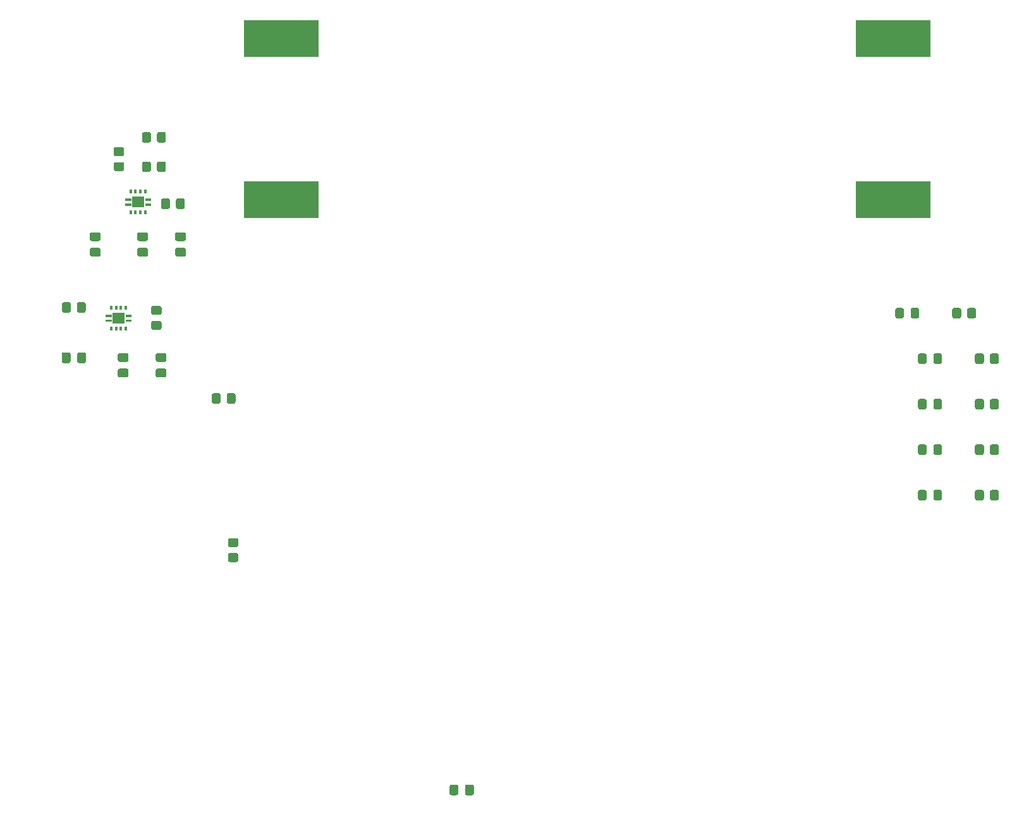
<source format=gtp>
G04 #@! TF.GenerationSoftware,KiCad,Pcbnew,(5.1.7)-1*
G04 #@! TF.CreationDate,2021-11-24T22:39:04-05:00*
G04 #@! TF.ProjectId,REV1_FALL_2021,52455631-5f46-4414-9c4c-5f323032312e,rev?*
G04 #@! TF.SameCoordinates,Original*
G04 #@! TF.FileFunction,Paste,Top*
G04 #@! TF.FilePolarity,Positive*
%FSLAX46Y46*%
G04 Gerber Fmt 4.6, Leading zero omitted, Abs format (unit mm)*
G04 Created by KiCad (PCBNEW (5.1.7)-1) date 2021-11-24 22:39:04*
%MOMM*%
%LPD*%
G01*
G04 APERTURE LIST*
%ADD10C,0.010000*%
%ADD11R,10.000000X5.000000*%
%ADD12R,0.310000X0.600000*%
G04 APERTURE END LIST*
D10*
G36*
X41923000Y-96485000D02*
G01*
X41923000Y-97825000D01*
X40373000Y-97825000D01*
X40373000Y-96485000D01*
X41923000Y-96485000D01*
G37*
X41923000Y-96485000D02*
X41923000Y-97825000D01*
X40373000Y-97825000D01*
X40373000Y-96485000D01*
X41923000Y-96485000D01*
G36*
X42848000Y-96715000D02*
G01*
X42848000Y-96945000D01*
X42123000Y-96945000D01*
X42123000Y-96715000D01*
X42848000Y-96715000D01*
G37*
X42848000Y-96715000D02*
X42848000Y-96945000D01*
X42123000Y-96945000D01*
X42123000Y-96715000D01*
X42848000Y-96715000D01*
G36*
X42848000Y-97365000D02*
G01*
X42848000Y-97595000D01*
X42123000Y-97595000D01*
X42123000Y-97365000D01*
X42848000Y-97365000D01*
G37*
X42848000Y-97365000D02*
X42848000Y-97595000D01*
X42123000Y-97595000D01*
X42123000Y-97365000D01*
X42848000Y-97365000D01*
G36*
X39448000Y-97595000D02*
G01*
X39448000Y-97365000D01*
X40173000Y-97365000D01*
X40173000Y-97595000D01*
X39448000Y-97595000D01*
G37*
X39448000Y-97595000D02*
X39448000Y-97365000D01*
X40173000Y-97365000D01*
X40173000Y-97595000D01*
X39448000Y-97595000D01*
G36*
X39448000Y-96945000D02*
G01*
X39448000Y-96715000D01*
X40173000Y-96715000D01*
X40173000Y-96945000D01*
X39448000Y-96945000D01*
G37*
X39448000Y-96945000D02*
X39448000Y-96715000D01*
X40173000Y-96715000D01*
X40173000Y-96945000D01*
X39448000Y-96945000D01*
G36*
X42051500Y-81387500D02*
G01*
X42051500Y-81157500D01*
X42776500Y-81157500D01*
X42776500Y-81387500D01*
X42051500Y-81387500D01*
G37*
X42051500Y-81387500D02*
X42051500Y-81157500D01*
X42776500Y-81157500D01*
X42776500Y-81387500D01*
X42051500Y-81387500D01*
G36*
X42051500Y-82037500D02*
G01*
X42051500Y-81807500D01*
X42776500Y-81807500D01*
X42776500Y-82037500D01*
X42051500Y-82037500D01*
G37*
X42051500Y-82037500D02*
X42051500Y-81807500D01*
X42776500Y-81807500D01*
X42776500Y-82037500D01*
X42051500Y-82037500D01*
G36*
X45451500Y-81807500D02*
G01*
X45451500Y-82037500D01*
X44726500Y-82037500D01*
X44726500Y-81807500D01*
X45451500Y-81807500D01*
G37*
X45451500Y-81807500D02*
X45451500Y-82037500D01*
X44726500Y-82037500D01*
X44726500Y-81807500D01*
X45451500Y-81807500D01*
G36*
X45451500Y-81157500D02*
G01*
X45451500Y-81387500D01*
X44726500Y-81387500D01*
X44726500Y-81157500D01*
X45451500Y-81157500D01*
G37*
X45451500Y-81157500D02*
X45451500Y-81387500D01*
X44726500Y-81387500D01*
X44726500Y-81157500D01*
X45451500Y-81157500D01*
G36*
X44526500Y-80927500D02*
G01*
X44526500Y-82267500D01*
X42976500Y-82267500D01*
X42976500Y-80927500D01*
X44526500Y-80927500D01*
G37*
X44526500Y-80927500D02*
X44526500Y-82267500D01*
X42976500Y-82267500D01*
X42976500Y-80927500D01*
X44526500Y-80927500D01*
D11*
X144945000Y-81280000D03*
X62945000Y-81280000D03*
X144945000Y-59690000D03*
X62945000Y-59690000D03*
G36*
G01*
X46388000Y-101880000D02*
X47338000Y-101880000D01*
G75*
G02*
X47588000Y-102130000I0J-250000D01*
G01*
X47588000Y-102805000D01*
G75*
G02*
X47338000Y-103055000I-250000J0D01*
G01*
X46388000Y-103055000D01*
G75*
G02*
X46138000Y-102805000I0J250000D01*
G01*
X46138000Y-102130000D01*
G75*
G02*
X46388000Y-101880000I250000J0D01*
G01*
G37*
G36*
G01*
X46388000Y-103955000D02*
X47338000Y-103955000D01*
G75*
G02*
X47588000Y-104205000I0J-250000D01*
G01*
X47588000Y-104880000D01*
G75*
G02*
X47338000Y-105130000I-250000J0D01*
G01*
X46388000Y-105130000D01*
G75*
G02*
X46138000Y-104880000I0J250000D01*
G01*
X46138000Y-104205000D01*
G75*
G02*
X46388000Y-103955000I250000J0D01*
G01*
G37*
G36*
G01*
X34729000Y-102014000D02*
X34729000Y-102964000D01*
G75*
G02*
X34479000Y-103214000I-250000J0D01*
G01*
X33804000Y-103214000D01*
G75*
G02*
X33554000Y-102964000I0J250000D01*
G01*
X33554000Y-102014000D01*
G75*
G02*
X33804000Y-101764000I250000J0D01*
G01*
X34479000Y-101764000D01*
G75*
G02*
X34729000Y-102014000I0J-250000D01*
G01*
G37*
G36*
G01*
X36804000Y-102014000D02*
X36804000Y-102964000D01*
G75*
G02*
X36554000Y-103214000I-250000J0D01*
G01*
X35879000Y-103214000D01*
G75*
G02*
X35629000Y-102964000I0J250000D01*
G01*
X35629000Y-102014000D01*
G75*
G02*
X35879000Y-101764000I250000J0D01*
G01*
X36554000Y-101764000D01*
G75*
G02*
X36804000Y-102014000I0J-250000D01*
G01*
G37*
G36*
G01*
X41308000Y-101880000D02*
X42258000Y-101880000D01*
G75*
G02*
X42508000Y-102130000I0J-250000D01*
G01*
X42508000Y-102805000D01*
G75*
G02*
X42258000Y-103055000I-250000J0D01*
G01*
X41308000Y-103055000D01*
G75*
G02*
X41058000Y-102805000I0J250000D01*
G01*
X41058000Y-102130000D01*
G75*
G02*
X41308000Y-101880000I250000J0D01*
G01*
G37*
G36*
G01*
X41308000Y-103955000D02*
X42258000Y-103955000D01*
G75*
G02*
X42508000Y-104205000I0J-250000D01*
G01*
X42508000Y-104880000D01*
G75*
G02*
X42258000Y-105130000I-250000J0D01*
G01*
X41308000Y-105130000D01*
G75*
G02*
X41058000Y-104880000I0J250000D01*
G01*
X41058000Y-104205000D01*
G75*
G02*
X41308000Y-103955000I250000J0D01*
G01*
G37*
G36*
G01*
X48991500Y-85687500D02*
X49941500Y-85687500D01*
G75*
G02*
X50191500Y-85937500I0J-250000D01*
G01*
X50191500Y-86612500D01*
G75*
G02*
X49941500Y-86862500I-250000J0D01*
G01*
X48991500Y-86862500D01*
G75*
G02*
X48741500Y-86612500I0J250000D01*
G01*
X48741500Y-85937500D01*
G75*
G02*
X48991500Y-85687500I250000J0D01*
G01*
G37*
G36*
G01*
X48991500Y-87762500D02*
X49941500Y-87762500D01*
G75*
G02*
X50191500Y-88012500I0J-250000D01*
G01*
X50191500Y-88687500D01*
G75*
G02*
X49941500Y-88937500I-250000J0D01*
G01*
X48991500Y-88937500D01*
G75*
G02*
X48741500Y-88687500I0J250000D01*
G01*
X48741500Y-88012500D01*
G75*
G02*
X48991500Y-87762500I250000J0D01*
G01*
G37*
G36*
G01*
X37561500Y-87762500D02*
X38511500Y-87762500D01*
G75*
G02*
X38761500Y-88012500I0J-250000D01*
G01*
X38761500Y-88687500D01*
G75*
G02*
X38511500Y-88937500I-250000J0D01*
G01*
X37561500Y-88937500D01*
G75*
G02*
X37311500Y-88687500I0J250000D01*
G01*
X37311500Y-88012500D01*
G75*
G02*
X37561500Y-87762500I250000J0D01*
G01*
G37*
G36*
G01*
X37561500Y-85687500D02*
X38511500Y-85687500D01*
G75*
G02*
X38761500Y-85937500I0J-250000D01*
G01*
X38761500Y-86612500D01*
G75*
G02*
X38511500Y-86862500I-250000J0D01*
G01*
X37561500Y-86862500D01*
G75*
G02*
X37311500Y-86612500I0J250000D01*
G01*
X37311500Y-85937500D01*
G75*
G02*
X37561500Y-85687500I250000J0D01*
G01*
G37*
G36*
G01*
X43911500Y-87762500D02*
X44861500Y-87762500D01*
G75*
G02*
X45111500Y-88012500I0J-250000D01*
G01*
X45111500Y-88687500D01*
G75*
G02*
X44861500Y-88937500I-250000J0D01*
G01*
X43911500Y-88937500D01*
G75*
G02*
X43661500Y-88687500I0J250000D01*
G01*
X43661500Y-88012500D01*
G75*
G02*
X43911500Y-87762500I250000J0D01*
G01*
G37*
G36*
G01*
X43911500Y-85687500D02*
X44861500Y-85687500D01*
G75*
G02*
X45111500Y-85937500I0J-250000D01*
G01*
X45111500Y-86612500D01*
G75*
G02*
X44861500Y-86862500I-250000J0D01*
G01*
X43911500Y-86862500D01*
G75*
G02*
X43661500Y-86612500I0J250000D01*
G01*
X43661500Y-85937500D01*
G75*
G02*
X43911500Y-85687500I250000J0D01*
G01*
G37*
G36*
G01*
X47510500Y-76448499D02*
X47510500Y-77348501D01*
G75*
G02*
X47260501Y-77598500I-249999J0D01*
G01*
X46560499Y-77598500D01*
G75*
G02*
X46310500Y-77348501I0J249999D01*
G01*
X46310500Y-76448499D01*
G75*
G02*
X46560499Y-76198500I249999J0D01*
G01*
X47260501Y-76198500D01*
G75*
G02*
X47510500Y-76448499I0J-249999D01*
G01*
G37*
G36*
G01*
X45510500Y-76448499D02*
X45510500Y-77348501D01*
G75*
G02*
X45260501Y-77598500I-249999J0D01*
G01*
X44560499Y-77598500D01*
G75*
G02*
X44310500Y-77348501I0J249999D01*
G01*
X44310500Y-76448499D01*
G75*
G02*
X44560499Y-76198500I249999J0D01*
G01*
X45260501Y-76198500D01*
G75*
G02*
X45510500Y-76448499I0J-249999D01*
G01*
G37*
G36*
G01*
X46310500Y-73411501D02*
X46310500Y-72511499D01*
G75*
G02*
X46560499Y-72261500I249999J0D01*
G01*
X47260501Y-72261500D01*
G75*
G02*
X47510500Y-72511499I0J-249999D01*
G01*
X47510500Y-73411501D01*
G75*
G02*
X47260501Y-73661500I-249999J0D01*
G01*
X46560499Y-73661500D01*
G75*
G02*
X46310500Y-73411501I0J249999D01*
G01*
G37*
G36*
G01*
X44310500Y-73411501D02*
X44310500Y-72511499D01*
G75*
G02*
X44560499Y-72261500I249999J0D01*
G01*
X45260501Y-72261500D01*
G75*
G02*
X45510500Y-72511499I0J-249999D01*
G01*
X45510500Y-73411501D01*
G75*
G02*
X45260501Y-73661500I-249999J0D01*
G01*
X44560499Y-73661500D01*
G75*
G02*
X44310500Y-73411501I0J249999D01*
G01*
G37*
G36*
G01*
X55645000Y-108400001D02*
X55645000Y-107499999D01*
G75*
G02*
X55894999Y-107250000I249999J0D01*
G01*
X56595001Y-107250000D01*
G75*
G02*
X56845000Y-107499999I0J-249999D01*
G01*
X56845000Y-108400001D01*
G75*
G02*
X56595001Y-108650000I-249999J0D01*
G01*
X55894999Y-108650000D01*
G75*
G02*
X55645000Y-108400001I0J249999D01*
G01*
G37*
G36*
G01*
X53645000Y-108400001D02*
X53645000Y-107499999D01*
G75*
G02*
X53894999Y-107250000I249999J0D01*
G01*
X54595001Y-107250000D01*
G75*
G02*
X54845000Y-107499999I0J-249999D01*
G01*
X54845000Y-108400001D01*
G75*
G02*
X54595001Y-108650000I-249999J0D01*
G01*
X53894999Y-108650000D01*
G75*
G02*
X53645000Y-108400001I0J249999D01*
G01*
G37*
G36*
G01*
X35579000Y-96208001D02*
X35579000Y-95307999D01*
G75*
G02*
X35828999Y-95058000I249999J0D01*
G01*
X36529001Y-95058000D01*
G75*
G02*
X36779000Y-95307999I0J-249999D01*
G01*
X36779000Y-96208001D01*
G75*
G02*
X36529001Y-96458000I-249999J0D01*
G01*
X35828999Y-96458000D01*
G75*
G02*
X35579000Y-96208001I0J249999D01*
G01*
G37*
G36*
G01*
X33579000Y-96208001D02*
X33579000Y-95307999D01*
G75*
G02*
X33828999Y-95058000I249999J0D01*
G01*
X34529001Y-95058000D01*
G75*
G02*
X34779000Y-95307999I0J-249999D01*
G01*
X34779000Y-96208001D01*
G75*
G02*
X34529001Y-96458000I-249999J0D01*
G01*
X33828999Y-96458000D01*
G75*
G02*
X33579000Y-96208001I0J249999D01*
G01*
G37*
G36*
G01*
X46678001Y-98755000D02*
X45777999Y-98755000D01*
G75*
G02*
X45528000Y-98505001I0J249999D01*
G01*
X45528000Y-97804999D01*
G75*
G02*
X45777999Y-97555000I249999J0D01*
G01*
X46678001Y-97555000D01*
G75*
G02*
X46928000Y-97804999I0J-249999D01*
G01*
X46928000Y-98505001D01*
G75*
G02*
X46678001Y-98755000I-249999J0D01*
G01*
G37*
G36*
G01*
X46678001Y-96755000D02*
X45777999Y-96755000D01*
G75*
G02*
X45528000Y-96505001I0J249999D01*
G01*
X45528000Y-95804999D01*
G75*
G02*
X45777999Y-95555000I249999J0D01*
G01*
X46678001Y-95555000D01*
G75*
G02*
X46928000Y-95804999I0J-249999D01*
G01*
X46928000Y-96505001D01*
G75*
G02*
X46678001Y-96755000I-249999J0D01*
G01*
G37*
G36*
G01*
X40761499Y-74282500D02*
X41661501Y-74282500D01*
G75*
G02*
X41911500Y-74532499I0J-249999D01*
G01*
X41911500Y-75232501D01*
G75*
G02*
X41661501Y-75482500I-249999J0D01*
G01*
X40761499Y-75482500D01*
G75*
G02*
X40511500Y-75232501I0J249999D01*
G01*
X40511500Y-74532499D01*
G75*
G02*
X40761499Y-74282500I249999J0D01*
G01*
G37*
G36*
G01*
X40761499Y-76282500D02*
X41661501Y-76282500D01*
G75*
G02*
X41911500Y-76532499I0J-249999D01*
G01*
X41911500Y-77232501D01*
G75*
G02*
X41661501Y-77482500I-249999J0D01*
G01*
X40761499Y-77482500D01*
G75*
G02*
X40511500Y-77232501I0J249999D01*
G01*
X40511500Y-76532499D01*
G75*
G02*
X40761499Y-76282500I249999J0D01*
G01*
G37*
G36*
G01*
X50050500Y-81401499D02*
X50050500Y-82301501D01*
G75*
G02*
X49800501Y-82551500I-249999J0D01*
G01*
X49100499Y-82551500D01*
G75*
G02*
X48850500Y-82301501I0J249999D01*
G01*
X48850500Y-81401499D01*
G75*
G02*
X49100499Y-81151500I249999J0D01*
G01*
X49800501Y-81151500D01*
G75*
G02*
X50050500Y-81401499I0J-249999D01*
G01*
G37*
G36*
G01*
X48050500Y-81401499D02*
X48050500Y-82301501D01*
G75*
G02*
X47800501Y-82551500I-249999J0D01*
G01*
X47100499Y-82551500D01*
G75*
G02*
X46850500Y-82301501I0J249999D01*
G01*
X46850500Y-81401499D01*
G75*
G02*
X47100499Y-81151500I249999J0D01*
G01*
X47800501Y-81151500D01*
G75*
G02*
X48050500Y-81401499I0J-249999D01*
G01*
G37*
D12*
X42123000Y-98555000D03*
X41473000Y-98555000D03*
X40823000Y-98555000D03*
X40173000Y-98555000D03*
X40173000Y-95755000D03*
X40823000Y-95755000D03*
X41473000Y-95755000D03*
X42123000Y-95755000D03*
X44726500Y-80197500D03*
X44076500Y-80197500D03*
X43426500Y-80197500D03*
X42776500Y-80197500D03*
X42776500Y-82997500D03*
X43426500Y-82997500D03*
X44076500Y-82997500D03*
X44726500Y-82997500D03*
G36*
G01*
X149410000Y-120453999D02*
X149410000Y-121354001D01*
G75*
G02*
X149160001Y-121604000I-249999J0D01*
G01*
X148509999Y-121604000D01*
G75*
G02*
X148260000Y-121354001I0J249999D01*
G01*
X148260000Y-120453999D01*
G75*
G02*
X148509999Y-120204000I249999J0D01*
G01*
X149160001Y-120204000D01*
G75*
G02*
X149410000Y-120453999I0J-249999D01*
G01*
G37*
G36*
G01*
X151460000Y-120453999D02*
X151460000Y-121354001D01*
G75*
G02*
X151210001Y-121604000I-249999J0D01*
G01*
X150559999Y-121604000D01*
G75*
G02*
X150310000Y-121354001I0J249999D01*
G01*
X150310000Y-120453999D01*
G75*
G02*
X150559999Y-120204000I249999J0D01*
G01*
X151210001Y-120204000D01*
G75*
G02*
X151460000Y-120453999I0J-249999D01*
G01*
G37*
G36*
G01*
X151460000Y-114357999D02*
X151460000Y-115258001D01*
G75*
G02*
X151210001Y-115508000I-249999J0D01*
G01*
X150559999Y-115508000D01*
G75*
G02*
X150310000Y-115258001I0J249999D01*
G01*
X150310000Y-114357999D01*
G75*
G02*
X150559999Y-114108000I249999J0D01*
G01*
X151210001Y-114108000D01*
G75*
G02*
X151460000Y-114357999I0J-249999D01*
G01*
G37*
G36*
G01*
X149410000Y-114357999D02*
X149410000Y-115258001D01*
G75*
G02*
X149160001Y-115508000I-249999J0D01*
G01*
X148509999Y-115508000D01*
G75*
G02*
X148260000Y-115258001I0J249999D01*
G01*
X148260000Y-114357999D01*
G75*
G02*
X148509999Y-114108000I249999J0D01*
G01*
X149160001Y-114108000D01*
G75*
G02*
X149410000Y-114357999I0J-249999D01*
G01*
G37*
G36*
G01*
X151460000Y-108261999D02*
X151460000Y-109162001D01*
G75*
G02*
X151210001Y-109412000I-249999J0D01*
G01*
X150559999Y-109412000D01*
G75*
G02*
X150310000Y-109162001I0J249999D01*
G01*
X150310000Y-108261999D01*
G75*
G02*
X150559999Y-108012000I249999J0D01*
G01*
X151210001Y-108012000D01*
G75*
G02*
X151460000Y-108261999I0J-249999D01*
G01*
G37*
G36*
G01*
X149410000Y-108261999D02*
X149410000Y-109162001D01*
G75*
G02*
X149160001Y-109412000I-249999J0D01*
G01*
X148509999Y-109412000D01*
G75*
G02*
X148260000Y-109162001I0J249999D01*
G01*
X148260000Y-108261999D01*
G75*
G02*
X148509999Y-108012000I249999J0D01*
G01*
X149160001Y-108012000D01*
G75*
G02*
X149410000Y-108261999I0J-249999D01*
G01*
G37*
G36*
G01*
X149410000Y-102165999D02*
X149410000Y-103066001D01*
G75*
G02*
X149160001Y-103316000I-249999J0D01*
G01*
X148509999Y-103316000D01*
G75*
G02*
X148260000Y-103066001I0J249999D01*
G01*
X148260000Y-102165999D01*
G75*
G02*
X148509999Y-101916000I249999J0D01*
G01*
X149160001Y-101916000D01*
G75*
G02*
X149410000Y-102165999I0J-249999D01*
G01*
G37*
G36*
G01*
X151460000Y-102165999D02*
X151460000Y-103066001D01*
G75*
G02*
X151210001Y-103316000I-249999J0D01*
G01*
X150559999Y-103316000D01*
G75*
G02*
X150310000Y-103066001I0J249999D01*
G01*
X150310000Y-102165999D01*
G75*
G02*
X150559999Y-101916000I249999J0D01*
G01*
X151210001Y-101916000D01*
G75*
G02*
X151460000Y-102165999I0J-249999D01*
G01*
G37*
G36*
G01*
X148412000Y-96069999D02*
X148412000Y-96970001D01*
G75*
G02*
X148162001Y-97220000I-249999J0D01*
G01*
X147511999Y-97220000D01*
G75*
G02*
X147262000Y-96970001I0J249999D01*
G01*
X147262000Y-96069999D01*
G75*
G02*
X147511999Y-95820000I249999J0D01*
G01*
X148162001Y-95820000D01*
G75*
G02*
X148412000Y-96069999I0J-249999D01*
G01*
G37*
G36*
G01*
X146362000Y-96069999D02*
X146362000Y-96970001D01*
G75*
G02*
X146112001Y-97220000I-249999J0D01*
G01*
X145461999Y-97220000D01*
G75*
G02*
X145212000Y-96970001I0J249999D01*
G01*
X145212000Y-96069999D01*
G75*
G02*
X145461999Y-95820000I249999J0D01*
G01*
X146112001Y-95820000D01*
G75*
G02*
X146362000Y-96069999I0J-249999D01*
G01*
G37*
G36*
G01*
X155880000Y-121354001D02*
X155880000Y-120453999D01*
G75*
G02*
X156129999Y-120204000I249999J0D01*
G01*
X156830001Y-120204000D01*
G75*
G02*
X157080000Y-120453999I0J-249999D01*
G01*
X157080000Y-121354001D01*
G75*
G02*
X156830001Y-121604000I-249999J0D01*
G01*
X156129999Y-121604000D01*
G75*
G02*
X155880000Y-121354001I0J249999D01*
G01*
G37*
G36*
G01*
X157880000Y-121354001D02*
X157880000Y-120453999D01*
G75*
G02*
X158129999Y-120204000I249999J0D01*
G01*
X158830001Y-120204000D01*
G75*
G02*
X159080000Y-120453999I0J-249999D01*
G01*
X159080000Y-121354001D01*
G75*
G02*
X158830001Y-121604000I-249999J0D01*
G01*
X158129999Y-121604000D01*
G75*
G02*
X157880000Y-121354001I0J249999D01*
G01*
G37*
G36*
G01*
X157880000Y-115258001D02*
X157880000Y-114357999D01*
G75*
G02*
X158129999Y-114108000I249999J0D01*
G01*
X158830001Y-114108000D01*
G75*
G02*
X159080000Y-114357999I0J-249999D01*
G01*
X159080000Y-115258001D01*
G75*
G02*
X158830001Y-115508000I-249999J0D01*
G01*
X158129999Y-115508000D01*
G75*
G02*
X157880000Y-115258001I0J249999D01*
G01*
G37*
G36*
G01*
X155880000Y-115258001D02*
X155880000Y-114357999D01*
G75*
G02*
X156129999Y-114108000I249999J0D01*
G01*
X156830001Y-114108000D01*
G75*
G02*
X157080000Y-114357999I0J-249999D01*
G01*
X157080000Y-115258001D01*
G75*
G02*
X156830001Y-115508000I-249999J0D01*
G01*
X156129999Y-115508000D01*
G75*
G02*
X155880000Y-115258001I0J249999D01*
G01*
G37*
G36*
G01*
X155880000Y-109162001D02*
X155880000Y-108261999D01*
G75*
G02*
X156129999Y-108012000I249999J0D01*
G01*
X156830001Y-108012000D01*
G75*
G02*
X157080000Y-108261999I0J-249999D01*
G01*
X157080000Y-109162001D01*
G75*
G02*
X156830001Y-109412000I-249999J0D01*
G01*
X156129999Y-109412000D01*
G75*
G02*
X155880000Y-109162001I0J249999D01*
G01*
G37*
G36*
G01*
X157880000Y-109162001D02*
X157880000Y-108261999D01*
G75*
G02*
X158129999Y-108012000I249999J0D01*
G01*
X158830001Y-108012000D01*
G75*
G02*
X159080000Y-108261999I0J-249999D01*
G01*
X159080000Y-109162001D01*
G75*
G02*
X158830001Y-109412000I-249999J0D01*
G01*
X158129999Y-109412000D01*
G75*
G02*
X157880000Y-109162001I0J249999D01*
G01*
G37*
G36*
G01*
X155880000Y-103066001D02*
X155880000Y-102165999D01*
G75*
G02*
X156129999Y-101916000I249999J0D01*
G01*
X156830001Y-101916000D01*
G75*
G02*
X157080000Y-102165999I0J-249999D01*
G01*
X157080000Y-103066001D01*
G75*
G02*
X156830001Y-103316000I-249999J0D01*
G01*
X156129999Y-103316000D01*
G75*
G02*
X155880000Y-103066001I0J249999D01*
G01*
G37*
G36*
G01*
X157880000Y-103066001D02*
X157880000Y-102165999D01*
G75*
G02*
X158129999Y-101916000I249999J0D01*
G01*
X158830001Y-101916000D01*
G75*
G02*
X159080000Y-102165999I0J-249999D01*
G01*
X159080000Y-103066001D01*
G75*
G02*
X158830001Y-103316000I-249999J0D01*
G01*
X158129999Y-103316000D01*
G75*
G02*
X157880000Y-103066001I0J249999D01*
G01*
G37*
G36*
G01*
X154832000Y-96970001D02*
X154832000Y-96069999D01*
G75*
G02*
X155081999Y-95820000I249999J0D01*
G01*
X155782001Y-95820000D01*
G75*
G02*
X156032000Y-96069999I0J-249999D01*
G01*
X156032000Y-96970001D01*
G75*
G02*
X155782001Y-97220000I-249999J0D01*
G01*
X155081999Y-97220000D01*
G75*
G02*
X154832000Y-96970001I0J249999D01*
G01*
G37*
G36*
G01*
X152832000Y-96970001D02*
X152832000Y-96069999D01*
G75*
G02*
X153081999Y-95820000I249999J0D01*
G01*
X153782001Y-95820000D01*
G75*
G02*
X154032000Y-96069999I0J-249999D01*
G01*
X154032000Y-96970001D01*
G75*
G02*
X153782001Y-97220000I-249999J0D01*
G01*
X153081999Y-97220000D01*
G75*
G02*
X152832000Y-96970001I0J249999D01*
G01*
G37*
G36*
G01*
X88747000Y-159926000D02*
X88747000Y-160876000D01*
G75*
G02*
X88497000Y-161126000I-250000J0D01*
G01*
X87822000Y-161126000D01*
G75*
G02*
X87572000Y-160876000I0J250000D01*
G01*
X87572000Y-159926000D01*
G75*
G02*
X87822000Y-159676000I250000J0D01*
G01*
X88497000Y-159676000D01*
G75*
G02*
X88747000Y-159926000I0J-250000D01*
G01*
G37*
G36*
G01*
X86672000Y-159926000D02*
X86672000Y-160876000D01*
G75*
G02*
X86422000Y-161126000I-250000J0D01*
G01*
X85747000Y-161126000D01*
G75*
G02*
X85497000Y-160876000I0J250000D01*
G01*
X85497000Y-159926000D01*
G75*
G02*
X85747000Y-159676000I250000J0D01*
G01*
X86422000Y-159676000D01*
G75*
G02*
X86672000Y-159926000I0J-250000D01*
G01*
G37*
G36*
G01*
X56965001Y-129870000D02*
X56064999Y-129870000D01*
G75*
G02*
X55815000Y-129620001I0J249999D01*
G01*
X55815000Y-128919999D01*
G75*
G02*
X56064999Y-128670000I249999J0D01*
G01*
X56965001Y-128670000D01*
G75*
G02*
X57215000Y-128919999I0J-249999D01*
G01*
X57215000Y-129620001D01*
G75*
G02*
X56965001Y-129870000I-249999J0D01*
G01*
G37*
G36*
G01*
X56965001Y-127870000D02*
X56064999Y-127870000D01*
G75*
G02*
X55815000Y-127620001I0J249999D01*
G01*
X55815000Y-126919999D01*
G75*
G02*
X56064999Y-126670000I249999J0D01*
G01*
X56965001Y-126670000D01*
G75*
G02*
X57215000Y-126919999I0J-249999D01*
G01*
X57215000Y-127620001D01*
G75*
G02*
X56965001Y-127870000I-249999J0D01*
G01*
G37*
M02*

</source>
